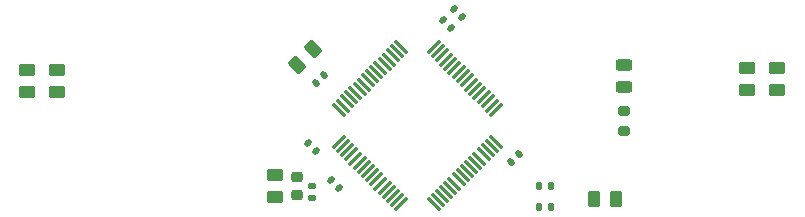
<source format=gbr>
%TF.GenerationSoftware,KiCad,Pcbnew,7.0.9*%
%TF.CreationDate,2024-06-25T21:03:02+09:00*%
%TF.ProjectId,04-line_sub,30342d6c-696e-4655-9f73-75622e6b6963,rev?*%
%TF.SameCoordinates,Original*%
%TF.FileFunction,Paste,Top*%
%TF.FilePolarity,Positive*%
%FSLAX46Y46*%
G04 Gerber Fmt 4.6, Leading zero omitted, Abs format (unit mm)*
G04 Created by KiCad (PCBNEW 7.0.9) date 2024-06-25 21:03:02*
%MOMM*%
%LPD*%
G01*
G04 APERTURE LIST*
G04 Aperture macros list*
%AMRoundRect*
0 Rectangle with rounded corners*
0 $1 Rounding radius*
0 $2 $3 $4 $5 $6 $7 $8 $9 X,Y pos of 4 corners*
0 Add a 4 corners polygon primitive as box body*
4,1,4,$2,$3,$4,$5,$6,$7,$8,$9,$2,$3,0*
0 Add four circle primitives for the rounded corners*
1,1,$1+$1,$2,$3*
1,1,$1+$1,$4,$5*
1,1,$1+$1,$6,$7*
1,1,$1+$1,$8,$9*
0 Add four rect primitives between the rounded corners*
20,1,$1+$1,$2,$3,$4,$5,0*
20,1,$1+$1,$4,$5,$6,$7,0*
20,1,$1+$1,$6,$7,$8,$9,0*
20,1,$1+$1,$8,$9,$2,$3,0*%
G04 Aperture macros list end*
%ADD10RoundRect,0.140000X-0.021213X0.219203X-0.219203X0.021213X0.021213X-0.219203X0.219203X-0.021213X0*%
%ADD11RoundRect,0.250000X-0.262500X-0.450000X0.262500X-0.450000X0.262500X0.450000X-0.262500X0.450000X0*%
%ADD12RoundRect,0.075000X-0.441942X-0.548008X0.548008X0.441942X0.441942X0.548008X-0.548008X-0.441942X0*%
%ADD13RoundRect,0.075000X0.441942X-0.548008X0.548008X-0.441942X-0.441942X0.548008X-0.548008X0.441942X0*%
%ADD14RoundRect,0.250000X-0.450000X0.262500X-0.450000X-0.262500X0.450000X-0.262500X0.450000X0.262500X0*%
%ADD15RoundRect,0.225000X-0.250000X0.225000X-0.250000X-0.225000X0.250000X-0.225000X0.250000X0.225000X0*%
%ADD16RoundRect,0.140000X-0.170000X0.140000X-0.170000X-0.140000X0.170000X-0.140000X0.170000X0.140000X0*%
%ADD17RoundRect,0.140000X0.219203X0.021213X0.021213X0.219203X-0.219203X-0.021213X-0.021213X-0.219203X0*%
%ADD18RoundRect,0.140000X-0.219203X-0.021213X-0.021213X-0.219203X0.219203X0.021213X0.021213X0.219203X0*%
%ADD19RoundRect,0.200000X0.275000X-0.200000X0.275000X0.200000X-0.275000X0.200000X-0.275000X-0.200000X0*%
%ADD20RoundRect,0.250000X-0.132583X0.503814X-0.503814X0.132583X0.132583X-0.503814X0.503814X-0.132583X0*%
%ADD21RoundRect,0.243750X0.456250X-0.243750X0.456250X0.243750X-0.456250X0.243750X-0.456250X-0.243750X0*%
%ADD22RoundRect,0.140000X0.021213X-0.219203X0.219203X-0.021213X-0.021213X0.219203X-0.219203X0.021213X0*%
%ADD23RoundRect,0.140000X0.140000X0.170000X-0.140000X0.170000X-0.140000X-0.170000X0.140000X-0.170000X0*%
%ADD24RoundRect,0.140000X-0.140000X-0.170000X0.140000X-0.170000X0.140000X0.170000X-0.140000X0.170000X0*%
G04 APERTURE END LIST*
D10*
%TO.C,C8*%
X93684411Y-94275589D03*
X93005589Y-94954411D03*
%TD*%
D11*
%TO.C,R2*%
X116562500Y-104775000D03*
X118387500Y-104775000D03*
%TD*%
D12*
%TO.C,U1*%
X94935519Y-99897360D03*
X95289072Y-100250913D03*
X95642625Y-100604466D03*
X95996179Y-100958020D03*
X96349732Y-101311573D03*
X96703286Y-101665127D03*
X97056839Y-102018680D03*
X97410392Y-102372233D03*
X97763946Y-102725787D03*
X98117499Y-103079340D03*
X98471052Y-103432893D03*
X98824606Y-103786447D03*
X99178159Y-104140000D03*
X99531713Y-104493554D03*
X99885266Y-104847107D03*
X100238819Y-105200660D03*
D13*
X102961181Y-105200660D03*
X103314734Y-104847107D03*
X103668287Y-104493554D03*
X104021841Y-104140000D03*
X104375394Y-103786447D03*
X104728948Y-103432893D03*
X105082501Y-103079340D03*
X105436054Y-102725787D03*
X105789608Y-102372233D03*
X106143161Y-102018680D03*
X106496714Y-101665127D03*
X106850268Y-101311573D03*
X107203821Y-100958020D03*
X107557375Y-100604466D03*
X107910928Y-100250913D03*
X108264481Y-99897360D03*
D12*
X108264481Y-97174998D03*
X107910928Y-96821445D03*
X107557375Y-96467892D03*
X107203821Y-96114338D03*
X106850268Y-95760785D03*
X106496714Y-95407231D03*
X106143161Y-95053678D03*
X105789608Y-94700125D03*
X105436054Y-94346571D03*
X105082501Y-93993018D03*
X104728948Y-93639465D03*
X104375394Y-93285911D03*
X104021841Y-92932358D03*
X103668287Y-92578804D03*
X103314734Y-92225251D03*
X102961181Y-91871698D03*
D13*
X100238819Y-91871698D03*
X99885266Y-92225251D03*
X99531713Y-92578804D03*
X99178159Y-92932358D03*
X98824606Y-93285911D03*
X98471052Y-93639465D03*
X98117499Y-93993018D03*
X97763946Y-94346571D03*
X97410392Y-94700125D03*
X97056839Y-95053678D03*
X96703286Y-95407231D03*
X96349732Y-95760785D03*
X95996179Y-96114338D03*
X95642625Y-96467892D03*
X95289072Y-96821445D03*
X94935519Y-97174998D03*
%TD*%
D14*
%TO.C,R5*%
X132080000Y-93679000D03*
X132080000Y-95504000D03*
%TD*%
D15*
%TO.C,C10*%
X91440000Y-102885000D03*
X91440000Y-104435000D03*
%TD*%
D16*
%TO.C,C9*%
X92710000Y-103660000D03*
X92710000Y-104620000D03*
%TD*%
D17*
%TO.C,C7*%
X105368411Y-89366411D03*
X104689589Y-88687589D03*
%TD*%
D14*
%TO.C,R4*%
X129540000Y-93679000D03*
X129540000Y-95504000D03*
%TD*%
%TO.C,R7*%
X71120000Y-93829500D03*
X71120000Y-95654500D03*
%TD*%
D18*
%TO.C,C1*%
X94275589Y-103165589D03*
X94954411Y-103844411D03*
%TD*%
D19*
%TO.C,R3*%
X119126000Y-98947500D03*
X119126000Y-97297500D03*
%TD*%
D18*
%TO.C,C3*%
X92370589Y-99990589D03*
X93049411Y-100669411D03*
%TD*%
D20*
%TO.C,R1*%
X92720235Y-92064765D03*
X91429765Y-93355235D03*
%TD*%
D14*
%TO.C,R6*%
X68580000Y-93829500D03*
X68580000Y-95654500D03*
%TD*%
D21*
%TO.C,D1*%
X119126000Y-95250000D03*
X119126000Y-93375000D03*
%TD*%
D18*
%TO.C,C6*%
X103800589Y-89576589D03*
X104479411Y-90255411D03*
%TD*%
D22*
%TO.C,C5*%
X109515589Y-101600000D03*
X110194411Y-100921178D03*
%TD*%
D23*
%TO.C,C4*%
X112875000Y-105410000D03*
X111915000Y-105410000D03*
%TD*%
D24*
%TO.C,C2*%
X111915000Y-103632000D03*
X112875000Y-103632000D03*
%TD*%
D14*
%TO.C,FB1*%
X89535000Y-102747500D03*
X89535000Y-104572500D03*
%TD*%
M02*

</source>
